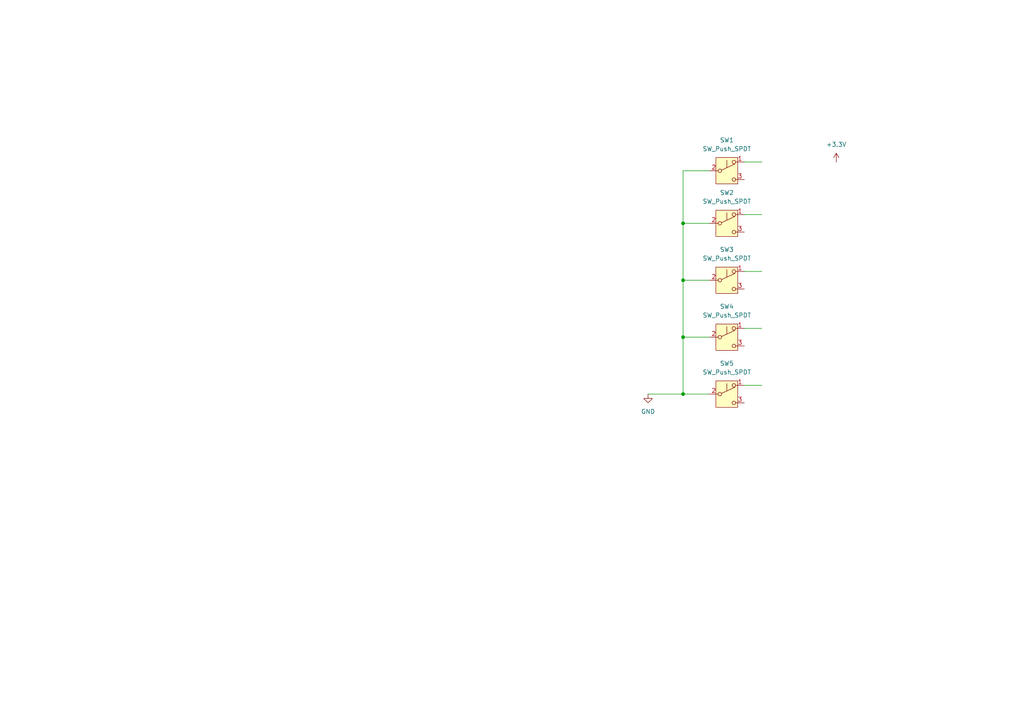
<source format=kicad_sch>
(kicad_sch (version 20231120) (generator "eeschema") (generator_version "8.0")
  (paper "A4")
  (title_block (title "Robot Smart Home Controller Mainboard") (date "2024-11-22") (rev "0.1.0") (company "Hybrid Robotix"))
  (lib_symbols
    (symbol "Switch:SW_Push_SPDT" (pin_names (offset 0) hide)
      (property "Reference" "SW" (at 0 5.08 0))
      (property "Value" "SW_Push_SPDT" (at 0 -5.08 0))
      (symbol "SW_Push_SPDT_0_0"
        (circle (center -2.032 0) (radius 0.508))
        (polyline (pts (xy 0 1.016) (xy 0 3.048)))
        (circle (center 2.032 -2.54) (radius 0.508))
      )
      (symbol "SW_Push_SPDT_0_1"
        (polyline (pts (xy -1.524 0.2032) (xy 2.3368 1.9812)))
        (circle (center 2.032 2.54) (radius 0.508))
      )
      (symbol "SW_Push_SPDT_1_1"
        (rectangle (start -3.175 3.81) (end 3.175 -3.81) (fill (type background)))
        (pin passive line (at 5.08 2.54 180) (length 2.54) (name "A") (number "1"))
        (pin passive line (at -5.08 0 0) (length 2.54) (name "B") (number "2"))
        (pin passive line (at 5.08 -2.54 180) (length 2.54) (name "C") (number "3"))
      )
    )
    (symbol "power:+3.3V" (power) (pin_numbers hide) (pin_names (offset 0) hide)
      (property "Value" "+3.3V" (at 0 3.556 0))
      (symbol "+3.3V_0_1"
        (polyline (pts (xy -0.762 1.27) (xy 0 2.54)))
        (polyline (pts (xy 0 0) (xy 0 2.54)))
        (polyline (pts (xy 0 2.54) (xy 0.762 1.27)))
      )
      (symbol "+3.3V_1_1"
        (pin power_in line (at 0 0 90) (length 0) (name "~") (number "1"))
      )
    )
    (symbol "power:GND" (power) (pin_numbers hide) (pin_names (offset 0) hide)
      (property "Value" "GND" (at 0 -3.81 0))
      (symbol "GND_0_1"
        (polyline (pts (xy 0 0) (xy 0 -1.27) (xy 1.27 -1.27) (xy 0 -2.54) (xy -1.27 -1.27) (xy 0 -1.27)))
      )
      (symbol "GND_1_1"
        (pin power_in line (at 0 0 270) (length 0) (name "~") (number "1"))
      )
    )
  )
  (junction (at 198.12 97.79))
  (junction (at 198.12 114.3))
  (junction (at 198.12 64.77))
  (junction (at 198.12 81.28))
  (wire (pts (xy 198.12 64.77) (xy 205.74 64.77)))
  (wire (pts (xy 205.74 81.28) (xy 198.12 81.28)))
  (wire (pts (xy 215.9 62.23) (xy 220.98 62.23)))
  (wire (pts (xy 198.12 49.53) (xy 205.74 49.53)))
  (wire (pts (xy 215.9 46.99) (xy 220.98 46.99)))
  (wire (pts (xy 198.12 64.77) (xy 198.12 81.28)))
  (wire (pts (xy 198.12 97.79) (xy 198.12 114.3)))
  (wire (pts (xy 215.9 78.74) (xy 220.98 78.74)))
  (wire (pts (xy 198.12 114.3) (xy 205.74 114.3)))
  (wire (pts (xy 187.96 114.3) (xy 198.12 114.3)))
  (wire (pts (xy 198.12 49.53) (xy 198.12 64.77)))
  (wire (pts (xy 198.12 81.28) (xy 198.12 97.79)))
  (wire (pts (xy 215.9 111.76) (xy 220.98 111.76)))
  (wire (pts (xy 205.74 97.79) (xy 198.12 97.79)))
  (wire (pts (xy 215.9 95.25) (xy 220.98 95.25)))
  (symbol (lib_id "Switch:SW_Push_SPDT") (at 210.82 114.3 0) (unit 1)
    (property "Reference" "SW5" (at 210.82 105.41 0))
    (property "Value" "SW_Push_SPDT" (at 210.82 107.95 0))
    (property "Description" "Momentary Switch, single pole double throw" (effects (hide yes)))
  )
  (symbol (lib_id "power:+3.3V") (at 242.57 46.99 0) (unit 1)
    (property "Reference" "#PWR01" (effects (hide yes)))
    (property "Value" "+3.3V" (at 242.57 41.91 0))
    (property "Description" "Power symbol creates a global label with name \"+3.3V\"" (effects (hide yes)))
  )
  (symbol (lib_id "Switch:SW_Push_SPDT") (at 210.82 49.53 0) (unit 1)
    (property "Reference" "SW1" (at 210.82 40.64 0))
    (property "Value" "SW_Push_SPDT" (at 210.82 43.18 0))
    (property "Description" "Momentary Switch, single pole double throw" (effects (hide yes)))
  )
  (symbol (lib_id "power:GND") (at 187.96 114.3 0) (unit 1)
    (property "Reference" "#PWR02" (effects (hide yes)))
    (property "Value" "GND" (at 187.96 119.38 0))
    (property "Description" "Power symbol creates a global label with name \"GND\" , ground" (effects (hide yes)))
  )
  (symbol (lib_id "Switch:SW_Push_SPDT") (at 210.82 64.77 0) (unit 1)
    (property "Reference" "SW2" (at 210.82 55.88 0))
    (property "Value" "SW_Push_SPDT" (at 210.82 58.42 0))
    (property "Description" "Momentary Switch, single pole double throw" (effects (hide yes)))
  )
  (symbol (lib_id "Switch:SW_Push_SPDT") (at 210.82 97.79 0) (unit 1)
    (property "Reference" "SW4" (at 210.82 88.9 0))
    (property "Value" "SW_Push_SPDT" (at 210.82 91.44 0))
    (property "Description" "Momentary Switch, single pole double throw" (effects (hide yes)))
  )
  (symbol (lib_id "Switch:SW_Push_SPDT") (at 210.82 81.28 0) (unit 1)
    (property "Reference" "SW3" (at 210.82 72.39 0))
    (property "Value" "SW_Push_SPDT" (at 210.82 74.93 0))
    (property "Description" "Momentary Switch, single pole double throw" (effects (hide yes)))
  )
)
</source>
